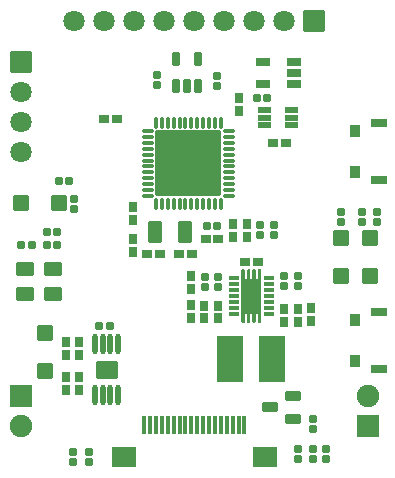
<source format=gts>
G04 Layer: TopSolderMaskLayer*
G04 EasyEDA Pro v2.1.57.773a98f1.225d47, 2024-05-26 20:13:26*
G04 Gerber Generator version 0.3*
G04 Scale: 100 percent, Rotated: No, Reflected: No*
G04 Dimensions in millimeters*
G04 Leading zeros omitted, absolute positions, 3 integers and 5 decimals*
%FSLAX35Y35*%
%MOMM*%
%AMRoundRect*1,1,$1,$2,$3*1,1,$1,$4,$5*1,1,$1,0-$2,0-$3*1,1,$1,0-$4,0-$5*20,1,$1,$2,$3,$4,$5,0*20,1,$1,$4,$5,0-$2,0-$3,0*20,1,$1,0-$2,0-$3,0-$4,0-$5,0*20,1,$1,0-$4,0-$5,$2,$3,0*4,1,4,$2,$3,$4,$5,0-$2,0-$3,0-$4,0-$5,$2,$3,0*%
%AMOval*1,1,$1,$2,$3*1,1,$1,$4,$5*20,1,$1,$2,$3,$4,$5,0*%
%ADD10RoundRect,0.08389X-0.50807X-0.21806X-0.50807X0.21806*%
%ADD11RoundRect,0.08389X0.50807X0.21806X0.50807X-0.21806*%
%ADD12RoundRect,0.08875X-0.50642X0.30643X0.50642X0.30643*%
%ADD13RoundRect,0.09588X-1.00286X0.80286X1.00286X0.80286*%
%ADD14RoundRect,0.09588X1.00286X-0.80286X-1.00286X-0.80286*%
%ADD15RoundRect,0.08109X-0.16024X0.76026X0.16024X0.76026*%
%ADD16RoundRect,0.08754X-0.27246X0.529X0.27246X0.529*%
%ADD17RoundRect,0.09617X0.85234X0.85234X0.85234X-0.85234*%
%ADD18C,1.80086*%
%ADD19RoundRect,0.08771X-0.27695X-0.28977X-0.27695X0.28977*%
%ADD20RoundRect,0.08771X0.27695X0.40199X0.27695X-0.40199*%
%ADD21RoundRect,0.08771X0.27695X0.28977X0.27695X-0.28977*%
%ADD22RoundRect,0.08771X-0.27695X-0.40199X-0.27695X0.40199*%
%ADD23RoundRect,0.08771X0.28977X-0.27695X-0.28977X-0.27695*%
%ADD24RoundRect,0.09302X-0.70406X-0.50429X-0.70406X0.50429*%
%ADD25RoundRect,0.08771X-0.28977X0.27695X0.28977X0.27695*%
%ADD26RoundRect,0.09424X-0.60368X-0.60368X-0.60368X0.60368*%
%ADD27RoundRect,0.09131X0.40519X0.45472X0.40519X-0.45472*%
%ADD28RoundRect,0.08874X-0.60587X0.30615X0.60587X0.30615*%
%ADD29C,1.9016*%
%ADD30RoundRect,0.09645X-0.90257X-0.90257X-0.90257X0.90257*%
%ADD31RoundRect,0.09716X1.06394X-1.9123X-1.06394X-1.9123*%
%ADD32RoundRect,0.08771X-0.40199X0.27695X0.40199X0.27695*%
%ADD33RoundRect,0.07882X0.36139X0.13639X0.36139X-0.13639*%
%ADD34RoundRect,0.07882X-0.36139X-0.13639X-0.36139X0.13639*%
%ADD35Oval,0.46561X0.0X-0.649X0.0X0.649*%
%ADD36RoundRect,0.09526X0.88317X-0.71567X-0.88317X-0.71567*%
%ADD37RoundRect,0.09017X-0.63072X0.35571X0.63072X0.35571*%
%ADD38RoundRect,0.08771X0.40199X-0.27695X-0.40199X-0.27695*%
%ADD39RoundRect,0.09336X-0.52863X0.85375X0.52863X0.85375*%
%ADD40RoundRect,0.09424X0.60368X-0.60368X-0.60368X-0.60368*%
%ADD41O,0.381X1.00076*%
%ADD42O,1.00076X0.381*%
%ADD43RoundRect,0.09979X-2.75046X2.75046X2.75046X2.75046*%
%ADD44RoundRect,0.09645X0.90257X0.90257X0.90257X-0.90257*%
%ADD45RoundRect,0.09618X0.85271X-0.85271X-0.85271X-0.85271*%
%ADD46C,1.8016*%
%ADD47RoundRect,0.09459X0.6037X0.6037X0.6037X-0.6037*%
%ADD48RoundRect,0.09336X-0.70409X-0.50432X-0.70409X0.50432*%
G75*


G04 Pad Start*
G54D10*
G01X2477199Y-951001D03*
G01X2477199Y-1016000D03*
G01X2477199Y-1080999D03*
G54D11*
G01X2247202Y-1080999D03*
G01X2247202Y-1016000D03*
G01X2247202Y-951001D03*
G54D12*
G01X2232190Y-729996D03*
G01X2232190Y-540004D03*
G01X2492210Y-540004D03*
G01X2492210Y-635000D03*
G01X2492210Y-729996D03*
G54D13*
G01X1055069Y-3883922D03*
G54D14*
G01X2244932Y-3883922D03*
G54D15*
G01X2075056Y-3616079D03*
G01X2025018Y-3616079D03*
G01X1974980Y-3616079D03*
G01X1925069Y-3616079D03*
G01X1875031Y-3616079D03*
G01X1825120Y-3616079D03*
G01X1775082Y-3616079D03*
G01X1725044Y-3616079D03*
G01X1675006Y-3616079D03*
G01X1624968Y-3616079D03*
G01X1575057Y-3616079D03*
G01X1525146Y-3616079D03*
G01X1475108Y-3616079D03*
G01X1425070Y-3616079D03*
G01X1375032Y-3616079D03*
G01X1324994Y-3616079D03*
G01X1274956Y-3616079D03*
G01X1225045Y-3616079D03*
G54D16*
G01X1492504Y-749808D03*
G01X1587500Y-749808D03*
G01X1682496Y-749808D03*
G01X1682496Y-520192D03*
G01X1492504Y-520192D03*
G54D17*
G01X180000Y-546100D03*
G54D18*
G01X180000Y-800100D03*
G01X180000Y-1054100D03*
G01X180000Y-1308100D03*
G54D19*
G01X2654300Y-3563518D03*
G01X2654300Y-3650082D03*
G54D20*
G01X2095500Y-2023008D03*
G01X2095500Y-1913992D03*
G54D19*
G01X2209800Y-1925218D03*
G01X2209800Y-2011782D03*
G54D21*
G01X2324100Y-2011782D03*
G01X2324100Y-1925218D03*
G54D22*
G01X676635Y-3207895D03*
G01X676635Y-3316912D03*
G01X562335Y-3207895D03*
G01X562335Y-3316912D03*
G54D20*
G01X562335Y-3024812D03*
G01X562335Y-2915795D03*
G01X676635Y-3024812D03*
G01X676635Y-2915795D03*
G54D23*
G01X845718Y-2781300D03*
G01X932282Y-2781300D03*
G54D24*
G01X457200Y-2505329D03*
G01X457200Y-2295271D03*
G54D23*
G01X401218Y-1981200D03*
G01X487782Y-1981200D03*
G54D25*
G01X271882Y-2095500D03*
G01X185318Y-2095500D03*
G01X487782Y-2095500D03*
G01X401218Y-2095500D03*
G54D26*
G01X2895600Y-2037093D03*
G01X2895600Y-2357107D03*
G54D19*
G01X2895600Y-1810918D03*
G01X2895600Y-1897482D03*
G54D21*
G01X2527300Y-2443582D03*
G01X2527300Y-2357018D03*
G01X3200400Y-1897482D03*
G01X3200400Y-1810918D03*
G54D19*
G01X3073400Y-1810918D03*
G01X3073400Y-1897482D03*
G54D27*
G01X3009924Y-2727026D03*
G01X3009924Y-3072974D03*
G54D28*
G01X3210076Y-2659970D03*
G01X3210076Y-3140030D03*
G54D26*
G01X3136900Y-2037093D03*
G01X3136900Y-2357107D03*
G54D29*
G01X3120000Y-3373000D03*
G54D30*
G01X3120000Y-3627000D03*
G54D31*
G01X1955800Y-3060700D03*
G01X2311400Y-3060700D03*
G54D20*
G01X2411879Y-2742336D03*
G01X2411879Y-2633319D03*
G01X2640479Y-2738627D03*
G01X2640479Y-2629611D03*
G01X2526179Y-2742336D03*
G01X2526179Y-2633319D03*
G54D32*
G01X2188108Y-2235200D03*
G01X2079092Y-2235200D03*
G54D21*
G01X1854250Y-2450642D03*
G01X1854250Y-2364079D03*
G01X1739950Y-2450642D03*
G01X1739950Y-2364079D03*
G54D20*
G01X1625600Y-2708808D03*
G01X1625600Y-2599792D03*
G01X1734770Y-2714215D03*
G01X1734770Y-2605198D03*
G01X1849070Y-2714215D03*
G01X1849070Y-2605198D03*
G54D22*
G01X1625650Y-2356561D03*
G01X1625650Y-2465577D03*
G54D33*
G01X1988865Y-2375207D03*
G01X1988865Y-2425219D03*
G01X1988865Y-2475232D03*
G01X1988865Y-2525219D03*
G01X1988865Y-2575232D03*
G54D34*
G01X2278882Y-2575232D03*
G01X2278882Y-2525219D03*
G01X2278882Y-2475232D03*
G01X2278882Y-2425219D03*
G01X2278882Y-2375207D03*
G54D33*
G01X1988865Y-2675231D03*
G01X1988865Y-2625219D03*
G01X2278882Y-2675231D03*
G01X2278882Y-2625219D03*
G36*
G01X2054877Y-2750296D02*
G02X2049797Y-2745216I0J5080D01*
G01Y-2305217D01*
G02X2054877Y-2300137I5080J0D01*
G01X2074877D01*
G02X2079957Y-2305217I0J-5080D01*
G01Y-2377137D01*
G01X2095797D01*
G01Y-2305217D01*
G02X2100877Y-2300137I5080J0D01*
G01X2120877D01*
G02X2125957Y-2305217I0J-5080D01*
G01Y-2377137D01*
G01X2141796D01*
G01Y-2305217D01*
G02X2146876Y-2300137I5080J0D01*
G01X2166876D01*
G02X2171956Y-2305217I0J-5080D01*
G01Y-2377137D01*
G01X2187795D01*
G01Y-2305217D01*
G02X2192875Y-2300137I5080J0D01*
G01X2212875D01*
G02X2217955Y-2305217I0J-5080D01*
G01Y-2745216D01*
G02X2212875Y-2750296I-5080J0D01*
G01X2192875D01*
G02X2187795Y-2745216I0J5080D01*
G01Y-2673296D01*
G01X2171956D01*
G01Y-2745216D01*
G02X2166876Y-2750296I-5080J0D01*
G01X2146876D01*
G02X2141796Y-2745216I0J5080D01*
G01Y-2673296D01*
G01X2125957D01*
G01Y-2745216D01*
G02X2120877Y-2750296I-5080J0D01*
G01X2100877D01*
G02X2095797Y-2745216I0J5080D01*
G01Y-2673296D01*
G01X2079957D01*
G01Y-2745216D01*
G02X2074877Y-2750296I-5080J0D01*
G01X2054877D01*
G37*
G54D35*
G01X1005445Y-2933988D03*
G01X940421Y-2933988D03*
G01X875422Y-2933988D03*
G01X810424Y-2933988D03*
G01X1005445Y-3360200D03*
G01X940421Y-3360200D03*
G01X875422Y-3360200D03*
G01X810424Y-3360200D03*
G54D36*
G01X907934Y-3147094D03*
G54D19*
G01X2527300Y-3817518D03*
G01X2527300Y-3904082D03*
G01X2654300Y-3817518D03*
G01X2654300Y-3904082D03*
G01X2768600Y-3817518D03*
G01X2768600Y-3904082D03*
G01X762000Y-3842918D03*
G01X762000Y-3929482D03*
G01X622300Y-3842918D03*
G01X622300Y-3929482D03*
G54D37*
G01X2487600Y-3562096D03*
G01X2487600Y-3372104D03*
G01X2287600Y-3467100D03*
G54D27*
G01X3009924Y-1127026D03*
G01X3009924Y-1472974D03*
G54D28*
G01X3210076Y-1059970D03*
G01X3210076Y-1540030D03*
G54D32*
G01X2429408Y-1231900D03*
G01X2320392Y-1231900D03*
G54D25*
G01X589382Y-1549400D03*
G01X502818Y-1549400D03*
G54D32*
G01X1629308Y-2171700D03*
G01X1520292Y-2171700D03*
G54D38*
G01X1253592Y-2171700D03*
G01X1362608Y-2171700D03*
G54D39*
G01X1320292Y-1981200D03*
G01X1575308Y-1981200D03*
G54D38*
G01X1745183Y-2044700D03*
G01X1854200Y-2044700D03*
G54D23*
G01X1754937Y-1930400D03*
G01X1841500Y-1930400D03*
G54D22*
G01X1130300Y-2040992D03*
G01X1130300Y-2150008D03*
G54D21*
G01X629818Y-1788363D03*
G01X629818Y-1701800D03*
G54D40*
G01X182893Y-1739900D03*
G01X502907Y-1739900D03*
G54D41*
G01X1324918Y-1747332D03*
G01X1374956Y-1747332D03*
G01X1424994Y-1747332D03*
G01X1475032Y-1747332D03*
G01X1525070Y-1747332D03*
G01X1575108Y-1747332D03*
G01X1624892Y-1747332D03*
G01X1674930Y-1747332D03*
G01X1724968Y-1747332D03*
G01X1775006Y-1747332D03*
G01X1825044Y-1747332D03*
G01X1875082Y-1747332D03*
G54D42*
G01X1944932Y-1677482D03*
G01X1944932Y-1627444D03*
G01X1944932Y-1577406D03*
G01X1944932Y-1527368D03*
G01X1944932Y-1477330D03*
G01X1944932Y-1427292D03*
G01X1944932Y-1377508D03*
G01X1944932Y-1327470D03*
G01X1944932Y-1277432D03*
G01X1944932Y-1227394D03*
G01X1944932Y-1177356D03*
G01X1944932Y-1127318D03*
G54D41*
G01X1875082Y-1057468D03*
G01X1825044Y-1057468D03*
G01X1775006Y-1057468D03*
G01X1724968Y-1057468D03*
G01X1674930Y-1057468D03*
G01X1624892Y-1057468D03*
G01X1575108Y-1057468D03*
G01X1525070Y-1057468D03*
G01X1475032Y-1057468D03*
G01X1424994Y-1057468D03*
G01X1374956Y-1057468D03*
G01X1324918Y-1057468D03*
G54D42*
G01X1255068Y-1127318D03*
G01X1255068Y-1177356D03*
G01X1255068Y-1227394D03*
G01X1255068Y-1277432D03*
G01X1255068Y-1327470D03*
G01X1255068Y-1377508D03*
G01X1255068Y-1427292D03*
G01X1255068Y-1477330D03*
G01X1255068Y-1527368D03*
G01X1255068Y-1577406D03*
G01X1255068Y-1627444D03*
G01X1255068Y-1677482D03*
G54D43*
G01X1600000Y-1402400D03*
G54D29*
G01X180000Y-3627000D03*
G54D44*
G01X180000Y-3373000D03*
G54D23*
G01X2179218Y-850900D03*
G01X2265782Y-850900D03*
G54D22*
G01X1130300Y-1774292D03*
G01X1130300Y-1883308D03*
G54D20*
G01X2032000Y-956208D03*
G01X2032000Y-847192D03*
G54D32*
G01X994308Y-1028700D03*
G01X885292Y-1028700D03*
G54D22*
G01X1981200Y-1913992D03*
G01X1981200Y-2023008D03*
G54D19*
G01X1841500Y-660400D03*
G01X1841500Y-746963D03*
G01X1333500Y-655218D03*
G01X1333500Y-741782D03*
G54D45*
G01X2666000Y-200000D03*
G54D46*
G01X2412000Y-200000D03*
G01X2158000Y-200000D03*
G01X1904000Y-200000D03*
G01X1650000Y-200000D03*
G01X1396000Y-200000D03*
G01X1142000Y-200000D03*
G01X888000Y-200000D03*
G01X634000Y-200000D03*
G54D21*
G01X2413000Y-2443582D03*
G01X2413000Y-2357018D03*
G54D47*
G01X383838Y-3160664D03*
G01X383838Y-2840650D03*
G54D48*
G01X219554Y-2297135D03*
G01X219554Y-2507193D03*
G04 Pad End*

M02*

</source>
